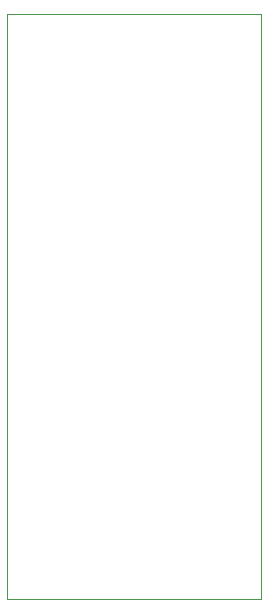
<source format=gm1>
%TF.GenerationSoftware,KiCad,Pcbnew,8.0.1*%
%TF.CreationDate,2024-08-07T00:37:21+09:00*%
%TF.ProjectId,insulation_board,696e7375-6c61-4746-996f-6e5f626f6172,rev?*%
%TF.SameCoordinates,Original*%
%TF.FileFunction,Profile,NP*%
%FSLAX46Y46*%
G04 Gerber Fmt 4.6, Leading zero omitted, Abs format (unit mm)*
G04 Created by KiCad (PCBNEW 8.0.1) date 2024-08-07 00:37:21*
%MOMM*%
%LPD*%
G01*
G04 APERTURE LIST*
%TA.AperFunction,Profile*%
%ADD10C,0.050000*%
%TD*%
G04 APERTURE END LIST*
D10*
X162500000Y-80500000D02*
X163000000Y-80500000D01*
X162500000Y-31000000D02*
X163000000Y-31000000D01*
X184000000Y-31000000D02*
X184000000Y-80500000D01*
X184000000Y-80500000D02*
X163500000Y-80500000D01*
X163000000Y-31000000D02*
X184000000Y-31000000D01*
X163500000Y-80500000D02*
X163000000Y-80500000D01*
X162500000Y-80500000D02*
X162500000Y-31000000D01*
M02*

</source>
